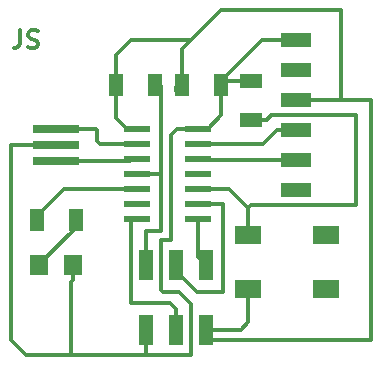
<source format=gbr>
G04 #@! TF.GenerationSoftware,KiCad,Pcbnew,(5.0.2)-1*
G04 #@! TF.CreationDate,2019-02-28T16:21:18-03:00*
G04 #@! TF.ProjectId,helloworldfinal,68656c6c-6f77-46f7-926c-6466696e616c,rev?*
G04 #@! TF.SameCoordinates,PX95f1410PY734d940*
G04 #@! TF.FileFunction,Copper,L1,Top*
G04 #@! TF.FilePolarity,Positive*
%FSLAX46Y46*%
G04 Gerber Fmt 4.6, Leading zero omitted, Abs format (unit mm)*
G04 Created by KiCad (PCBNEW (5.0.2)-1) date 2/28/2019 4:21:18 PM*
%MOMM*%
%LPD*%
G01*
G04 APERTURE LIST*
G04 #@! TA.AperFunction,NonConductor*
%ADD10C,0.300000*%
G04 #@! TD*
G04 #@! TA.AperFunction,SMDPad,CuDef*
%ADD11R,2.540000X1.270000*%
G04 #@! TD*
G04 #@! TA.AperFunction,SMDPad,CuDef*
%ADD12R,1.270000X2.540000*%
G04 #@! TD*
G04 #@! TA.AperFunction,SMDPad,CuDef*
%ADD13R,2.286000X1.524000*%
G04 #@! TD*
G04 #@! TA.AperFunction,SMDPad,CuDef*
%ADD14R,1.270000X1.905000*%
G04 #@! TD*
G04 #@! TA.AperFunction,SMDPad,CuDef*
%ADD15R,3.898900X0.797560*%
G04 #@! TD*
G04 #@! TA.AperFunction,SMDPad,CuDef*
%ADD16R,1.597660X1.800860*%
G04 #@! TD*
G04 #@! TA.AperFunction,SMDPad,CuDef*
%ADD17R,2.207260X0.609600*%
G04 #@! TD*
G04 #@! TA.AperFunction,SMDPad,CuDef*
%ADD18R,1.905000X1.270000*%
G04 #@! TD*
G04 #@! TA.AperFunction,Conductor*
%ADD19C,0.350000*%
G04 #@! TD*
G04 APERTURE END LIST*
D10*
X3564000Y30285429D02*
X3564000Y29214000D01*
X3492571Y28999715D01*
X3349714Y28856858D01*
X3135428Y28785429D01*
X2992571Y28785429D01*
X4206857Y28856858D02*
X4421142Y28785429D01*
X4778285Y28785429D01*
X4921142Y28856858D01*
X4992571Y28928286D01*
X5064000Y29071143D01*
X5064000Y29214000D01*
X4992571Y29356858D01*
X4921142Y29428286D01*
X4778285Y29499715D01*
X4492571Y29571143D01*
X4349714Y29642572D01*
X4278285Y29714000D01*
X4206857Y29856858D01*
X4206857Y29999715D01*
X4278285Y30142572D01*
X4349714Y30214000D01*
X4492571Y30285429D01*
X4849714Y30285429D01*
X5064000Y30214000D01*
D11*
G04 #@! TO.P,M2,1*
G04 #@! TO.N,Net-(C1-Pad2)*
X26924000Y29464000D03*
G04 #@! TO.P,M2,2*
G04 #@! TO.N,Net-(M2-Pad2)*
X26924000Y26924000D03*
G04 #@! TO.P,M2,3*
G04 #@! TO.N,Net-(C1-Pad1)*
X26924000Y24384000D03*
G04 #@! TO.P,M2,4*
G04 #@! TO.N,Net-(IC1-Pad13)*
X26924000Y21844000D03*
G04 #@! TO.P,M2,5*
G04 #@! TO.N,Net-(IC1-Pad12)*
X26924000Y19304000D03*
G04 #@! TO.P,M2,6*
G04 #@! TO.N,Net-(M2-Pad6)*
X26924000Y16764000D03*
G04 #@! TD*
D12*
G04 #@! TO.P,CON1,1*
G04 #@! TO.N,Net-(CON1-Pad1)*
X19304000Y10414000D03*
G04 #@! TO.P,CON1,2*
G04 #@! TO.N,Net-(C1-Pad1)*
X19304000Y4955540D03*
G04 #@! TO.P,CON1,3*
G04 #@! TO.N,Net-(CON1-Pad3)*
X16764000Y10414000D03*
G04 #@! TO.P,CON1,4*
G04 #@! TO.N,Net-(CON1-Pad4)*
X16764000Y4955540D03*
G04 #@! TO.P,CON1,5*
G04 #@! TO.N,Net-(CON1-Pad5)*
X14224000Y10414000D03*
G04 #@! TO.P,CON1,6*
G04 #@! TO.N,Net-(C1-Pad2)*
X14224000Y4955540D03*
G04 #@! TD*
D13*
G04 #@! TO.P,S1,1*
G04 #@! TO.N,Net-(IC1-Pad10)*
X22860000Y12954000D03*
G04 #@! TO.P,S1,2*
G04 #@! TO.N,Net-(S1-Pad2)*
X29464000Y12954000D03*
G04 #@! TO.P,S1,3*
G04 #@! TO.N,Net-(C1-Pad1)*
X22860000Y8382000D03*
G04 #@! TO.P,S1,4*
G04 #@! TO.N,Net-(S1-Pad4)*
X29464000Y8382000D03*
G04 #@! TD*
D14*
G04 #@! TO.P,C1,1*
G04 #@! TO.N,Net-(C1-Pad1)*
X17272000Y25654000D03*
G04 #@! TO.P,C1,2*
G04 #@! TO.N,Net-(C1-Pad2)*
X20574000Y25654000D03*
G04 #@! TD*
D15*
G04 #@! TO.P,RES1,1*
G04 #@! TO.N,Net-(IC1-Pad2)*
X6604000Y21922740D03*
G04 #@! TO.P,RES1,2*
G04 #@! TO.N,Net-(C1-Pad2)*
X6604000Y20574000D03*
G04 #@! TO.P,RES1,3*
G04 #@! TO.N,Net-(IC1-Pad3)*
X6604000Y19225260D03*
G04 #@! TD*
D16*
G04 #@! TO.P,M1,1*
G04 #@! TO.N,Net-(M1-Pad1)*
X5184140Y10414000D03*
G04 #@! TO.P,M1,2*
G04 #@! TO.N,Net-(C1-Pad2)*
X8023860Y10414000D03*
G04 #@! TD*
D14*
G04 #@! TO.P,R3,2*
G04 #@! TO.N,Net-(M1-Pad1)*
X8255000Y14224000D03*
G04 #@! TO.P,R3,1*
G04 #@! TO.N,Net-(IC1-Pad5)*
X4953000Y14224000D03*
G04 #@! TD*
G04 #@! TO.P,R1,1*
G04 #@! TO.N,Net-(C1-Pad1)*
X11684000Y25654000D03*
G04 #@! TO.P,R1,2*
G04 #@! TO.N,Net-(CON1-Pad5)*
X14986000Y25654000D03*
G04 #@! TD*
D17*
G04 #@! TO.P,IC1,1*
G04 #@! TO.N,Net-(C1-Pad1)*
X13421361Y21946870D03*
G04 #@! TO.P,IC1,2*
G04 #@! TO.N,Net-(IC1-Pad2)*
X13421361Y20676870D03*
G04 #@! TO.P,IC1,3*
G04 #@! TO.N,Net-(IC1-Pad3)*
X13421361Y19406870D03*
G04 #@! TO.P,IC1,4*
G04 #@! TO.N,Net-(CON1-Pad5)*
X13421361Y18136870D03*
G04 #@! TO.P,IC1,5*
G04 #@! TO.N,Net-(IC1-Pad5)*
X13421361Y16866870D03*
G04 #@! TO.P,IC1,6*
G04 #@! TO.N,Net-(IC1-Pad6)*
X13421361Y15596870D03*
G04 #@! TO.P,IC1,7*
G04 #@! TO.N,Net-(CON1-Pad4)*
X13421361Y14326870D03*
G04 #@! TO.P,IC1,8*
G04 #@! TO.N,Net-(CON1-Pad1)*
X18628361Y14326870D03*
G04 #@! TO.P,IC1,9*
G04 #@! TO.N,Net-(CON1-Pad3)*
X18628361Y15596870D03*
G04 #@! TO.P,IC1,10*
G04 #@! TO.N,Net-(IC1-Pad10)*
X18628361Y16866870D03*
G04 #@! TO.P,IC1,11*
G04 #@! TO.N,Net-(IC1-Pad11)*
X18628361Y18136870D03*
G04 #@! TO.P,IC1,12*
G04 #@! TO.N,Net-(IC1-Pad12)*
X18628361Y19406870D03*
G04 #@! TO.P,IC1,13*
G04 #@! TO.N,Net-(IC1-Pad13)*
X18628361Y20676870D03*
G04 #@! TO.P,IC1,14*
G04 #@! TO.N,Net-(C1-Pad2)*
X18628361Y21946870D03*
G04 #@! TD*
D18*
G04 #@! TO.P,R2,1*
G04 #@! TO.N,Net-(IC1-Pad10)*
X23114000Y22733000D03*
G04 #@! TO.P,R2,2*
G04 #@! TO.N,Net-(C1-Pad2)*
X23114000Y26035000D03*
G04 #@! TD*
D19*
G04 #@! TO.N,Net-(C1-Pad1)*
X16764000Y25495250D02*
X16764000Y25177750D01*
X17272000Y28702000D02*
X17272000Y25654000D01*
X18034000Y29464000D02*
X17272000Y28702000D01*
X17272000Y25654000D02*
X17272000Y25971500D01*
X13056870Y21946870D02*
X13421361Y21946870D01*
X11684000Y24351500D02*
X11684000Y25654000D01*
X11684000Y22885401D02*
X11684000Y24351500D01*
X12622531Y21946870D02*
X11684000Y22885401D01*
X13421361Y21946870D02*
X12622531Y21946870D01*
X11684000Y24351500D02*
X11684000Y28194000D01*
X12954000Y29464000D02*
X18034000Y29464000D01*
X11684000Y28194000D02*
X12954000Y29464000D01*
X18034000Y29464000D02*
X20574000Y32004000D01*
X20574000Y32004000D02*
X30734000Y32004000D01*
X30734000Y32004000D02*
X30734000Y24384000D01*
X30734000Y24384000D02*
X26924000Y24384000D01*
X33274000Y4064000D02*
X19654000Y4064000D01*
X33274000Y24384000D02*
X33274000Y4064000D01*
X30734000Y24384000D02*
X33274000Y24384000D01*
X22860000Y8382000D02*
X22860000Y5588000D01*
X22227540Y4955540D02*
X19304000Y4955540D01*
X22860000Y5588000D02*
X22227540Y4955540D01*
G04 #@! TO.N,Net-(CON1-Pad5)*
X15391130Y18136870D02*
X13421361Y18136870D01*
X15494000Y18034000D02*
X15391130Y18136870D01*
X15494000Y18034000D02*
X15494000Y25596499D01*
X15011001Y25596499D02*
X14986000Y25621500D01*
X15494000Y25596499D02*
X15011001Y25596499D01*
X15494000Y13304000D02*
X15494000Y18034000D01*
X15494000Y13304000D02*
X14255000Y13304000D01*
X14224000Y13273000D02*
X14224000Y10414000D01*
X14255000Y13304000D02*
X14224000Y13273000D01*
G04 #@! TO.N,Net-(M1-Pad1)*
X5184140Y10515600D02*
X5184140Y10414000D01*
X8255000Y13586460D02*
X5184140Y10515600D01*
X8255000Y14224000D02*
X8255000Y13586460D01*
G04 #@! TO.N,Net-(IC1-Pad5)*
X5184140Y13992860D02*
X4953000Y14224000D01*
X5184140Y14224000D02*
X5184140Y13992860D01*
X11967731Y16866870D02*
X13421361Y16866870D01*
X4953000Y14541500D02*
X4953000Y14224000D01*
X7278370Y16866870D02*
X4953000Y14541500D01*
X7874000Y16866870D02*
X7278370Y16866870D01*
X7874000Y16866870D02*
X11967731Y16866870D01*
X7310870Y16866870D02*
X7874000Y16866870D01*
G04 #@! TO.N,Net-(C1-Pad2)*
X2794000Y4064000D02*
X2794000Y20574000D01*
X2794000Y20574000D02*
X6604000Y20574000D01*
X14224000Y2794000D02*
X14224000Y4955540D01*
X16336170Y21416170D02*
X16866870Y21946870D01*
X16866870Y21946870D02*
X18628361Y21946870D01*
X2794000Y4064000D02*
X4064000Y2794000D01*
X14224000Y4955540D02*
X14224000Y4320540D01*
X8023860Y10515600D02*
X8023860Y10414000D01*
X6604000Y20574000D02*
X5053330Y20574000D01*
X18628361Y21946870D02*
X17829531Y21946870D01*
X8023860Y9163570D02*
X7874000Y9013710D01*
X7874000Y9013710D02*
X7874000Y2794000D01*
X14224000Y2794000D02*
X7874000Y2794000D01*
X7874000Y2794000D02*
X4064000Y2794000D01*
X8023860Y9163570D02*
X8023860Y10414000D01*
X20574000Y23093679D02*
X19427191Y21946870D01*
X20574000Y25654000D02*
X20574000Y23093679D01*
X19427191Y21946870D02*
X18628361Y21946870D01*
X20574000Y25971500D02*
X20574000Y25654000D01*
X24066500Y29464000D02*
X20574000Y25971500D01*
X26924000Y29464000D02*
X24066500Y29464000D01*
X20955000Y26035000D02*
X20574000Y25654000D01*
X23114000Y26035000D02*
X20955000Y26035000D01*
X16306800Y12547600D02*
X15519400Y12547600D01*
X16306800Y21437600D02*
X16306800Y12547600D01*
X15519400Y12547600D02*
X15443200Y12471400D01*
X15443200Y12471400D02*
X15443200Y8458200D01*
X15443200Y8458200D02*
X15477390Y8424010D01*
X16764000Y2794000D02*
X14224000Y2794000D01*
X15443200Y8458200D02*
X15443200Y8305800D01*
X15443200Y8305800D02*
X15621000Y8128000D01*
X15621000Y8128000D02*
X17018000Y8128000D01*
X17018000Y8128000D02*
X18034000Y7112000D01*
X18034000Y7112000D02*
X18034000Y2794000D01*
X18034000Y2794000D02*
X16764000Y2794000D01*
G04 #@! TO.N,Net-(IC1-Pad2)*
X13318491Y20574000D02*
X13421361Y20676870D01*
X12725401Y20574000D02*
X13318491Y20574000D01*
X10311130Y20676870D02*
X13421361Y20676870D01*
X10033000Y20955000D02*
X10311130Y20676870D01*
X10033000Y21874480D02*
X10033000Y20955000D01*
X6604000Y21922740D02*
X9984740Y21922740D01*
X9984740Y21922740D02*
X10033000Y21874480D01*
G04 #@! TO.N,Net-(IC1-Pad3)*
X6604000Y19225260D02*
X12875260Y19225260D01*
X13056870Y19406870D02*
X13421361Y19406870D01*
X12875260Y19225260D02*
X13056870Y19406870D01*
G04 #@! TO.N,Net-(IC1-Pad10)*
X18628361Y16866870D02*
X17829531Y16866870D01*
X24416500Y22733000D02*
X24797500Y23114000D01*
X23114000Y22733000D02*
X24416500Y22733000D01*
X24797500Y23114000D02*
X32004000Y23114000D01*
X32004000Y23114000D02*
X32004000Y15494000D01*
X32004000Y15494000D02*
X23114000Y15494000D01*
X22860000Y15240000D02*
X22860000Y12954000D01*
X23114000Y15494000D02*
X22860000Y15240000D01*
X20081991Y16866870D02*
X18628361Y16866870D01*
X21233130Y16866870D02*
X20081991Y16866870D01*
X22860000Y15240000D02*
X21233130Y16866870D01*
G04 #@! TO.N,Net-(CON1-Pad1)*
X18628361Y11089639D02*
X19304000Y10414000D01*
X18628361Y14326870D02*
X18628361Y11089639D01*
G04 #@! TO.N,Net-(CON1-Pad3)*
X18628361Y15596870D02*
X17829531Y15596870D01*
X16764000Y9921831D02*
X16764000Y10414000D01*
X18557831Y8128000D02*
X16764000Y9921831D01*
X20701000Y8128000D02*
X18557831Y8128000D01*
X20081991Y15596870D02*
X20106121Y15621000D01*
X18628361Y15596870D02*
X20081991Y15596870D01*
X20106121Y15621000D02*
X20701000Y15621000D01*
X20701000Y15621000D02*
X20701000Y14986000D01*
X20701000Y15240000D02*
X20701000Y14986000D01*
X20701000Y14986000D02*
X20701000Y8128000D01*
G04 #@! TO.N,Net-(CON1-Pad4)*
X16764000Y6731000D02*
X16764000Y4955540D01*
X16256000Y7239000D02*
X16764000Y6731000D01*
X12954000Y7239000D02*
X16256000Y7239000D01*
X12954000Y14224000D02*
X12954000Y7239000D01*
X13421361Y14326870D02*
X13318491Y14224000D01*
X13318491Y14224000D02*
X12954000Y14224000D01*
G04 #@! TO.N,Net-(IC1-Pad12)*
X18731231Y19304000D02*
X18628361Y19406870D01*
X26924000Y19304000D02*
X18731231Y19304000D01*
G04 #@! TO.N,Net-(IC1-Pad13)*
X17829531Y20676870D02*
X18628361Y20676870D01*
X26924000Y21844000D02*
X26289000Y21844000D01*
X20081991Y20676870D02*
X18628361Y20676870D01*
X24136870Y20676870D02*
X20081991Y20676870D01*
X25304000Y21844000D02*
X24136870Y20676870D01*
X26924000Y21844000D02*
X25304000Y21844000D01*
G04 #@! TD*
M02*

</source>
